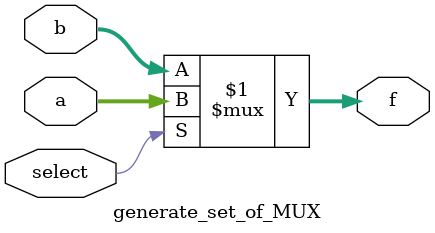
<source format=v>
module generate_set_of_MUX(a,b,select,f);
  input[3:0]a,b;
  input select ;
  output[3:0]f;
  assign f=select?a:b;
endmodule

</source>
